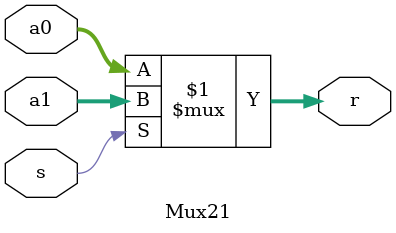
<source format=v>
`timescale 1 ns/100 ps

module Mux21 #(parameter Size = 8)(output [Size-1:0]r, input [Size-1:0] a1, a0, input s);
	assign r = s ? a1 : a0;
endmodule
</source>
